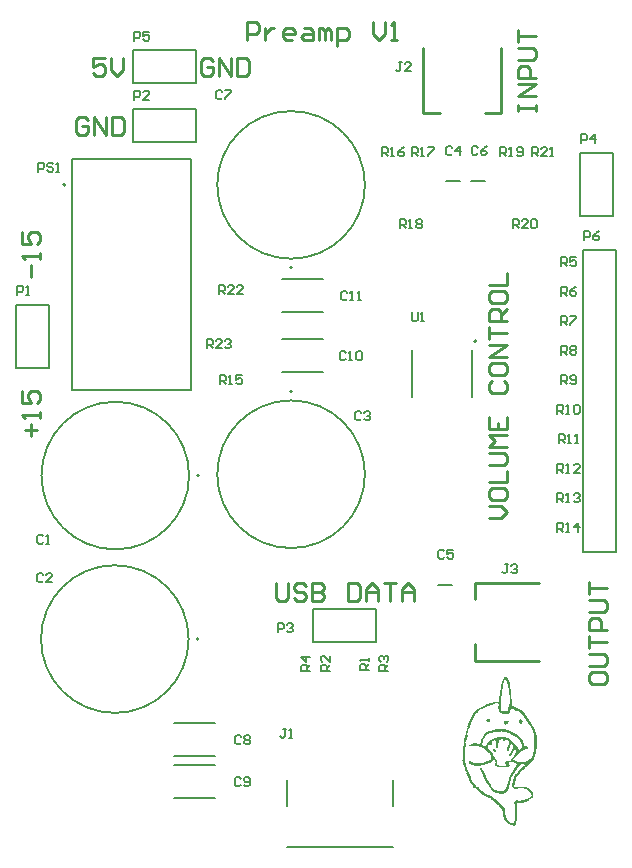
<source format=gto>
G04*
G04 #@! TF.GenerationSoftware,Altium Limited,Altium Designer,20.2.4 (192)*
G04*
G04 Layer_Color=65535*
%FSLAX25Y25*%
%MOIN*%
G70*
G04*
G04 #@! TF.SameCoordinates,2DDED56A-656B-4157-8572-3E544114C1A7*
G04*
G04*
G04 #@! TF.FilePolarity,Positive*
G04*
G01*
G75*
%ADD10C,0.00787*%
%ADD11C,0.00500*%
%ADD12C,0.01000*%
%ADD13C,0.00800*%
G36*
X150649Y40627D02*
X150714Y40497D01*
X150941Y40335D01*
X151039Y39848D01*
X151266Y39685D01*
X151299Y39523D01*
X151234Y39393D01*
X151331Y39230D01*
X151461Y39165D01*
X151559Y39068D01*
X151623Y38873D01*
X151559Y38678D01*
Y38288D01*
Y38223D01*
X151623Y37704D01*
X151851Y37541D01*
X151916Y35852D01*
X152208Y35625D01*
X152273Y31467D01*
X152371Y31369D01*
X152468Y31337D01*
X152533Y31207D01*
X152630Y31109D01*
X153085Y31045D01*
X153215Y30785D01*
X153670Y30720D01*
X153767Y30622D01*
X153832Y30492D01*
X154320Y30395D01*
X154417Y30297D01*
X154482Y30167D01*
X154969Y30070D01*
X155132Y29843D01*
X155587Y29778D01*
X155651Y29648D01*
X156723Y28576D01*
X156853Y28511D01*
X156951Y28024D01*
X157048Y27926D01*
X157178Y27861D01*
X157308Y27666D01*
X157438Y27601D01*
X157536Y27374D01*
X157471Y27244D01*
X157633Y27017D01*
X157763Y26952D01*
X157925Y26724D01*
X158120Y26594D01*
X158185Y26140D01*
X158510Y25880D01*
X158543Y25782D01*
X158672Y25717D01*
X158770Y25620D01*
X158802Y25197D01*
X159030Y25100D01*
X159095Y24840D01*
X159030Y24710D01*
X159257Y24483D01*
X159355Y24450D01*
X159420Y24320D01*
X159517Y24223D01*
X159647Y24158D01*
X159744Y23671D01*
X159842Y23573D01*
X159972Y23508D01*
X160037Y22729D01*
X160329Y22501D01*
X160297Y21624D01*
X160427Y21429D01*
X160556Y21364D01*
X160654Y21072D01*
X160589Y20812D01*
X160622Y16882D01*
X160427Y16687D01*
X160329Y16654D01*
X160264Y16395D01*
X160329Y16135D01*
X160264Y14965D01*
X160167Y14868D01*
X160037Y14803D01*
X159972Y14543D01*
X160004Y14056D01*
X159907Y13958D01*
X159777Y13893D01*
X159679Y13796D01*
X159615Y13341D01*
X159387Y13179D01*
X159322Y12724D01*
X159192Y12659D01*
X157471Y10937D01*
X157438Y10840D01*
X156983Y10775D01*
X156821Y10612D01*
X156788Y10515D01*
X156658Y10450D01*
X155911Y9703D01*
X155879Y9605D01*
X155749Y9540D01*
X155002Y8793D01*
X154937Y8663D01*
X154709Y8501D01*
X154645Y8046D01*
X154515Y7981D01*
X153865Y7332D01*
X153767Y7299D01*
X153702Y6195D01*
X153475Y6032D01*
X153410Y4993D01*
X153280Y4863D01*
X153150Y4798D01*
X153118Y4440D01*
X153508Y4051D01*
X153540Y3953D01*
X157438Y3888D01*
X157536Y3791D01*
X157600Y3661D01*
X158088Y3563D01*
X158283Y3304D01*
X158413Y3239D01*
X158607Y2979D01*
X158737Y2914D01*
X158867Y2719D01*
X158997Y2654D01*
X159160Y2427D01*
X159355Y2297D01*
X159420Y2102D01*
X159355Y1907D01*
X159387Y1160D01*
X159322Y575D01*
X159192Y510D01*
X159030Y348D01*
X158997Y250D01*
X158867Y185D01*
X158705Y23D01*
X158672Y-75D01*
X158218Y-140D01*
X158120Y-237D01*
X158055Y-367D01*
X157828Y-530D01*
X157698Y-724D01*
X157243Y-789D01*
X157081Y-1017D01*
X156658Y-1049D01*
X156528Y-984D01*
X156301Y-1082D01*
X156204Y-1309D01*
X155944Y-1374D01*
X154287Y-1342D01*
X154092Y-1472D01*
X154027Y-1666D01*
X154092Y-1861D01*
X154027Y-7189D01*
X153930Y-7286D01*
X153800Y-7351D01*
X153735Y-8390D01*
X153280Y-8845D01*
X152306Y-8780D01*
X152143Y-8618D01*
X152111Y-8520D01*
X151656Y-8456D01*
X151559Y-8358D01*
X151494Y-8228D01*
X151006Y-8131D01*
X150876Y-7936D01*
X150747Y-7871D01*
X150649Y-7773D01*
X150584Y-7643D01*
X150357Y-7481D01*
X150227Y-7286D01*
X150097Y-7221D01*
X149999Y-7124D01*
X149934Y-6994D01*
X149707Y-6831D01*
X149674Y-6539D01*
X149740Y-6344D01*
X149674Y-6084D01*
X149415Y-5954D01*
X149382Y-5662D01*
X149415Y-4005D01*
X149252Y-3843D01*
X149122Y-3778D01*
X149025Y-3291D01*
X148927Y-3193D01*
X148798Y-3128D01*
X148635Y-2901D01*
X148505Y-2836D01*
X148440Y-2706D01*
X148343Y-2608D01*
X148213Y-2544D01*
X148115Y-2251D01*
X148180Y-2121D01*
X148018Y-1959D01*
X147563Y-1894D01*
X147401Y-1666D01*
X147206Y-1536D01*
X147141Y-1407D01*
X147043Y-1309D01*
X146946Y-1277D01*
X146881Y-1147D01*
X146783Y-1049D01*
X146653Y-984D01*
X146491Y-757D01*
X146296Y-627D01*
X146231Y-497D01*
X146134Y-399D01*
X145712Y-367D01*
X145647Y-237D01*
X145484Y-75D01*
X145387Y-42D01*
X145322Y88D01*
X145224Y185D01*
X144770Y250D01*
X144640Y510D01*
X144185Y575D01*
X144087Y672D01*
X144022Y802D01*
X143535Y900D01*
X143438Y997D01*
X143373Y1127D01*
X142885Y1225D01*
X142723Y1452D01*
X142528Y1582D01*
X142463Y1712D01*
X142366Y1809D01*
X142268Y1842D01*
X142203Y1972D01*
X142106Y2069D01*
X141976Y2134D01*
X141781Y2394D01*
X141326Y2459D01*
X141001Y2849D01*
X140482Y3368D01*
X140384Y3401D01*
X140319Y3531D01*
X140222Y3628D01*
X139832Y3693D01*
X139410Y4116D01*
X139345Y4505D01*
X139247Y4603D01*
X139150Y4635D01*
X139085Y4765D01*
X138923Y4928D01*
X138825Y4960D01*
X138760Y5155D01*
X138825Y5350D01*
X138663Y5513D01*
X138533Y5577D01*
X138435Y6065D01*
X138338Y6162D01*
X138208Y6227D01*
X138143Y7007D01*
X138013Y7072D01*
X137850Y7234D01*
X137818Y7656D01*
X137591Y7754D01*
X137526Y8014D01*
X137591Y8144D01*
X137428Y8306D01*
X137298Y8371D01*
X137201Y8663D01*
X137266Y8923D01*
X137201Y9183D01*
X136973Y9346D01*
X136876Y9833D01*
X136649Y9995D01*
X136584Y10710D01*
X136454Y10840D01*
X136324Y10905D01*
X136226Y11392D01*
X135967Y11587D01*
X135999Y12529D01*
X135869Y12659D01*
X135739Y12724D01*
X135707Y12951D01*
X135967Y13081D01*
X136031Y13341D01*
X135967Y13601D01*
X136031Y17564D01*
X136194Y17726D01*
X136291Y17759D01*
X136324Y17986D01*
X136291Y20033D01*
X136454Y20195D01*
X136584Y20260D01*
X136649Y21299D01*
X136778Y21429D01*
X136908Y21494D01*
X136973Y22599D01*
X137266Y22826D01*
X137233Y23443D01*
X137428Y23638D01*
X137526Y23671D01*
X137591Y23931D01*
X137526Y24191D01*
X137591Y24450D01*
X137688Y24548D01*
X137818Y24613D01*
X137883Y24873D01*
X137850Y25360D01*
X137948Y25457D01*
X138175Y25555D01*
X138208Y26042D01*
X138500Y26204D01*
X138468Y26757D01*
X138565Y26984D01*
X138760Y27114D01*
X138825Y27244D01*
X138923Y27341D01*
X139052Y27406D01*
X139150Y27569D01*
X139085Y27764D01*
X139150Y27894D01*
X139247Y27991D01*
X139377Y28056D01*
X139475Y28543D01*
X139865Y28868D01*
X141034Y30038D01*
X141066Y30135D01*
X141521Y30200D01*
X141619Y30297D01*
X141684Y30427D01*
X142171Y30525D01*
X142366Y30785D01*
X142821Y30850D01*
X143015Y31109D01*
X143275Y31045D01*
X143438Y31142D01*
X143503Y31272D01*
X143925Y31694D01*
X144640Y31759D01*
X144737Y31857D01*
X144802Y31987D01*
X145906Y32052D01*
X145971Y32182D01*
X146134Y32344D01*
X147758Y32409D01*
X148018Y32669D01*
X148115Y32701D01*
X148180Y32961D01*
X148148Y34358D01*
X148343Y34553D01*
X148440Y34585D01*
X148505Y34845D01*
X148440Y35105D01*
X148473Y35852D01*
X148440Y36209D01*
X148765Y36534D01*
X148830Y38483D01*
X148927Y38581D01*
X149057Y38646D01*
X149122Y39425D01*
X149415Y39653D01*
X149447Y40075D01*
X149577Y40140D01*
X149740Y40302D01*
X149707Y40595D01*
X149772Y40725D01*
X150064Y40757D01*
X150227Y40725D01*
X150422Y40790D01*
X150649Y40627D01*
D02*
G37*
%LPC*%
G36*
X147693Y32019D02*
X146978Y31954D01*
X146881Y31857D01*
X146848Y31759D01*
X146589Y31694D01*
X146166Y31727D01*
X145971Y31597D01*
X145906Y31467D01*
X145809Y31369D01*
X145224Y31434D01*
X145062Y31337D01*
X144964Y31109D01*
X144704Y31045D01*
X144445Y31109D01*
X144185Y31045D01*
X144087Y30947D01*
X144022Y30817D01*
X143535Y30720D01*
X143373Y30492D01*
X142885Y30395D01*
X142723Y30167D01*
X142268Y30103D01*
X142171Y29875D01*
X141976Y29810D01*
X141781Y29875D01*
X141554Y29648D01*
X141521Y29550D01*
X141391Y29485D01*
X141229Y29323D01*
X141196Y29226D01*
X141066Y29160D01*
X140969Y29063D01*
X140904Y28933D01*
X140677Y28771D01*
X140612Y28641D01*
X140482Y28576D01*
X140319Y28413D01*
X140287Y28316D01*
X140157Y28251D01*
X140059Y28153D01*
X139994Y27699D01*
X139734Y27569D01*
X139670Y27114D01*
X139572Y27017D01*
X139442Y26952D01*
X139345Y26464D01*
X139247Y26367D01*
X139117Y26302D01*
X139020Y25815D01*
X138793Y25652D01*
X138760Y25360D01*
X138825Y25165D01*
X138760Y24905D01*
X138500Y24775D01*
X138468Y24483D01*
X138500Y24061D01*
X138338Y23898D01*
X138208Y23833D01*
X138110Y23346D01*
X137883Y23183D01*
X137818Y22404D01*
X137688Y22339D01*
X137526Y22176D01*
X137558Y20650D01*
X137493Y20520D01*
X137266Y20422D01*
X137201Y20163D01*
X137266Y19903D01*
X137201Y19318D01*
X137103Y19220D01*
X136973Y19156D01*
X136876Y18928D01*
X136941Y18733D01*
X136876Y15550D01*
X136649Y15387D01*
X136616Y12172D01*
X136714Y12074D01*
X136844Y12009D01*
X136941Y11912D01*
X136908Y11360D01*
X136973Y11165D01*
X137201Y11067D01*
X137266Y10807D01*
X137201Y10677D01*
X137363Y10515D01*
X137493Y10450D01*
X137591Y10158D01*
X137526Y9898D01*
X137591Y9638D01*
X137850Y9443D01*
X137916Y8988D01*
X138175Y8793D01*
X138240Y8079D01*
X138338Y7981D01*
X138468Y7916D01*
X138565Y7429D01*
X138793Y7267D01*
X138825Y6974D01*
X138760Y6779D01*
X138825Y6520D01*
X139052Y6357D01*
X139117Y5967D01*
X139637Y5447D01*
X139734Y5415D01*
X139799Y4960D01*
X139897Y4863D01*
X139994Y4830D01*
X140059Y4700D01*
X140222Y4538D01*
X140319Y4505D01*
X140384Y4375D01*
X140547Y4213D01*
X140644Y4181D01*
X140709Y4051D01*
X140806Y3953D01*
X141229Y3921D01*
X141294Y3791D01*
X142268Y2816D01*
X142301Y2719D01*
X142755Y2654D01*
X143503Y1907D01*
X143535Y1809D01*
X144055Y1679D01*
X144185Y1484D01*
X144640Y1419D01*
X144737Y1322D01*
X144802Y1192D01*
X145289Y1095D01*
X145452Y867D01*
X145906Y802D01*
X145971Y672D01*
X146621Y23D01*
X146653Y-75D01*
X147108Y-140D01*
X149740Y-2771D01*
X149772Y-2868D01*
X149902Y-2933D01*
X149999Y-3031D01*
X150064Y-3226D01*
X149999Y-3421D01*
X150064Y-5305D01*
X150162Y-5402D01*
X150292Y-5467D01*
X150357Y-6247D01*
X150649Y-6474D01*
X150714Y-6929D01*
X150974Y-7124D01*
X151039Y-7254D01*
X151526Y-7351D01*
X151656Y-7546D01*
X151786Y-7611D01*
X151883Y-7708D01*
X151948Y-7838D01*
X152241Y-7936D01*
X152436Y-7871D01*
X152760Y-7936D01*
X152825D01*
X153118Y-7838D01*
X153183Y-7384D01*
X153345Y-7221D01*
X153443Y-7189D01*
X153475Y-6961D01*
X153410Y-1764D01*
X153280Y-1634D01*
X153150Y-1569D01*
X153118Y-887D01*
X153280Y-724D01*
X153410Y-659D01*
X153572Y-432D01*
X154255Y-399D01*
X154352Y-497D01*
X154417Y-627D01*
X154515Y-724D01*
X155262Y-692D01*
X155327Y-562D01*
X155489Y-399D01*
X156366Y-432D01*
X156561Y-302D01*
X156626Y-172D01*
X156723Y-75D01*
X157341Y-107D01*
X157471Y-42D01*
X157536Y88D01*
X157860Y412D01*
X157893Y510D01*
X158348Y575D01*
X158445Y672D01*
X158478Y770D01*
X158607Y835D01*
X159030Y1257D01*
X158965Y1452D01*
X158770Y1582D01*
X158705Y2037D01*
X158478Y2199D01*
X157308Y3368D01*
X156723Y3304D01*
X156561Y3466D01*
X156528Y3563D01*
X156269Y3628D01*
X154450Y3563D01*
X154352Y3466D01*
X154320Y3368D01*
X154060Y3304D01*
X153670Y3368D01*
X153475Y3304D01*
X153215Y3368D01*
X153118Y3466D01*
X153053Y3596D01*
X152858Y3726D01*
X152793Y3856D01*
X152696Y3953D01*
X152566Y4018D01*
X152468Y4246D01*
X152533Y4440D01*
X152501Y5318D01*
X152630Y5513D01*
X152760Y5577D01*
X152858Y5675D01*
X152825Y6617D01*
X153020Y6812D01*
X153118Y6844D01*
X153183Y7104D01*
X153118Y7364D01*
X153183Y7624D01*
X153280Y7721D01*
X153410Y7786D01*
X153508Y8274D01*
X153735Y8436D01*
X154417Y9118D01*
X154450Y9216D01*
X154579Y9280D01*
X154677Y9378D01*
X154742Y9768D01*
X155976Y11002D01*
X156009Y11100D01*
X156171Y11132D01*
X156464Y11100D01*
X156561Y11197D01*
X156496Y11392D01*
X156399Y11489D01*
X156269Y11554D01*
X156139Y11749D01*
X155359Y11684D01*
X155197Y11457D01*
X154190Y10450D01*
X154092Y10418D01*
X154027Y9963D01*
X153930Y9865D01*
X153800Y9800D01*
X153638Y9573D01*
X153443Y9443D01*
X153378Y8988D01*
X153150Y8826D01*
X153020Y8631D01*
X152890Y8566D01*
X152793Y8404D01*
X152858Y8209D01*
X152793Y8079D01*
X152566Y7916D01*
X152468Y7429D01*
X152208Y7299D01*
X152143Y6520D01*
X152046Y6422D01*
X151916Y6357D01*
X151851Y5577D01*
X151559Y5350D01*
X151591Y4798D01*
X151429Y4570D01*
X151299Y4505D01*
X151234Y4246D01*
X151266Y3953D01*
X151234Y3856D01*
X151299Y3661D01*
X151234Y3401D01*
X151006Y3239D01*
X150941Y2849D01*
X150162Y2069D01*
X149772Y2004D01*
X149674Y1907D01*
X149642Y1809D01*
X149382Y1744D01*
X148213Y1809D01*
X148018Y2069D01*
X147823Y2134D01*
X147628Y2069D01*
X146978Y2134D01*
X146881Y2232D01*
X146816Y2362D01*
X146329Y2459D01*
X146134Y2719D01*
X146004Y2784D01*
X145809Y3044D01*
X145679Y3109D01*
X145484Y3368D01*
X145387Y3401D01*
X145322Y3531D01*
X145224Y3628D01*
X145094Y3693D01*
X144932Y3921D01*
X144737Y4051D01*
X144672Y4505D01*
X144575Y4603D01*
X144445Y4668D01*
X144347Y5155D01*
X144120Y5318D01*
X144055Y5447D01*
X143925Y5513D01*
X143763Y5675D01*
X143730Y6097D01*
X143503Y6195D01*
X143438Y6390D01*
X143503Y6584D01*
X143275Y6812D01*
X143178Y6844D01*
X143113Y7299D01*
X143015Y7396D01*
X142885Y7462D01*
X142821Y8241D01*
X142528Y8468D01*
X142496Y8891D01*
X142268Y8988D01*
X142203Y9248D01*
X142268Y9378D01*
X142041Y9605D01*
X141943Y9638D01*
X141878Y9898D01*
X141943Y10093D01*
X141878Y10352D01*
X141943Y10742D01*
X142171Y10775D01*
X142268Y10677D01*
X142333Y10223D01*
X142528Y10093D01*
X142593Y9638D01*
X142691Y9540D01*
X142821Y9476D01*
X142950Y9280D01*
X143080Y9216D01*
X143178Y9118D01*
X143243Y8663D01*
X143503Y8468D01*
X143470Y8176D01*
X143535Y8046D01*
X143665Y7981D01*
X143763Y7884D01*
X143827Y7624D01*
X143763Y7429D01*
X143827Y7169D01*
X143925Y7072D01*
X144055Y7007D01*
X144152Y6520D01*
X144250Y6422D01*
X144380Y6357D01*
X144510Y6162D01*
X144640Y6097D01*
X144737Y6000D01*
X144802Y5545D01*
X145029Y5382D01*
X145062Y5220D01*
X144997Y5090D01*
X145094Y4928D01*
X145224Y4863D01*
X145322Y4765D01*
X145387Y4311D01*
X145776Y3986D01*
X146621Y3141D01*
X146653Y3044D01*
X146913Y2979D01*
X147173Y3044D01*
X147433Y2979D01*
X147531Y2881D01*
X147596Y2751D01*
X147888Y2654D01*
X148083Y2719D01*
X149642Y2784D01*
X149740Y2881D01*
X149772Y2979D01*
X149902Y3044D01*
X150064Y3206D01*
X150097Y3304D01*
X150227Y3368D01*
X150324Y3466D01*
X150357Y3888D01*
X150487Y3953D01*
X150649Y4051D01*
X150714Y5155D01*
X150974Y5350D01*
X150941Y5902D01*
X151006Y6097D01*
X151234Y6195D01*
X151299Y6454D01*
X151234Y6909D01*
X151396Y7072D01*
X151526Y7137D01*
X151623Y7624D01*
X151721Y7721D01*
X151851Y7786D01*
X151916Y8501D01*
X152371Y8956D01*
X152468Y8988D01*
X152598Y9508D01*
X152696Y9605D01*
X152793Y9638D01*
X152858Y9768D01*
X153020Y9930D01*
X153118Y9963D01*
X153183Y10418D01*
X153280Y10515D01*
X153410Y10580D01*
X153572Y10807D01*
X153767Y10937D01*
X153800Y11360D01*
X154027Y11457D01*
X154092Y11652D01*
X153995Y11749D01*
X153865Y11814D01*
X153605Y12074D01*
X153183Y12107D01*
X153085Y12334D01*
X152825Y12399D01*
X151396Y12334D01*
X151234Y12172D01*
X151299Y11847D01*
X151396Y11749D01*
X151526Y11684D01*
X151623Y11457D01*
X151559Y11262D01*
X151526Y10840D01*
X151006Y10775D01*
X150876Y10515D01*
X150097Y10580D01*
X149902Y10775D01*
X148765Y10807D01*
X148148Y10775D01*
X147953Y10840D01*
X147758Y10775D01*
X147531Y10937D01*
X147466Y11067D01*
X147173Y11165D01*
X146913Y11100D01*
X146653Y11165D01*
X146556Y11457D01*
X146621Y11652D01*
X146719Y11749D01*
X146848Y11814D01*
X146946Y12496D01*
X146719Y12724D01*
X146621Y12756D01*
X146556Y12886D01*
X146459Y12984D01*
X146199Y13049D01*
X145971Y12886D01*
X145906Y12756D01*
X145809Y12659D01*
X145679Y12594D01*
X145484Y12334D01*
X145387Y12302D01*
X145322Y12172D01*
X145224Y12074D01*
X145029Y12009D01*
X144834Y12074D01*
X144510Y12009D01*
X144347Y11847D01*
X144315Y11749D01*
X143535Y11684D01*
X143438Y11587D01*
X143373Y11457D01*
X142626Y11424D01*
X142496Y11489D01*
X142268Y11392D01*
X142203Y11262D01*
X142106Y11165D01*
X141846Y11100D01*
X139832Y11165D01*
X139734Y11262D01*
X139670Y11392D01*
X139410Y11457D01*
X138923Y11424D01*
X138825Y11522D01*
X138760Y11652D01*
X138663Y11749D01*
X138208Y11814D01*
X138175Y12561D01*
X138273Y12659D01*
X138533Y12724D01*
X138760Y12626D01*
X138857Y12399D01*
X139312Y12334D01*
X139475Y12172D01*
X139507Y12074D01*
X139734Y12042D01*
X142431Y12074D01*
X142626Y12009D01*
X142853Y12172D01*
X142918Y12302D01*
X143015Y12399D01*
X143633Y12366D01*
X143827Y12561D01*
X143860Y12659D01*
X144120Y12724D01*
X144380Y12659D01*
X144640Y12724D01*
X144737Y12821D01*
X144802Y12951D01*
X145289Y13049D01*
X145354Y13308D01*
X145322Y14186D01*
X145387Y14315D01*
X145224Y14543D01*
X145094Y14608D01*
X144997Y14770D01*
X145062Y14965D01*
X144997Y15095D01*
X144899Y15193D01*
X144770Y15258D01*
X144640Y15452D01*
X144510Y15517D01*
X144412Y15615D01*
X144347Y15745D01*
X144120Y15907D01*
X143990Y16102D01*
X143860Y16167D01*
X143763Y16264D01*
X143698Y16395D01*
X143470Y16557D01*
X143340Y16752D01*
X143210Y16817D01*
X143048Y17044D01*
X142561Y17142D01*
X142431Y17336D01*
X142171Y17401D01*
X141976Y17336D01*
X141391Y17401D01*
X141294Y17499D01*
X141229Y17629D01*
X138240Y17694D01*
X138175Y17889D01*
X138273Y17986D01*
X138403Y18051D01*
X138663Y18311D01*
X139052Y18376D01*
X139247Y18636D01*
X140872Y18571D01*
X141034Y18408D01*
X141066Y18311D01*
X141326Y18246D01*
X141456Y18311D01*
X141781Y18636D01*
X141878Y18668D01*
X141943Y18928D01*
X141911Y19675D01*
X142041Y19870D01*
X142171Y19935D01*
X142268Y20422D01*
X142593Y20682D01*
X142626Y20780D01*
X142853Y20877D01*
X142918Y21332D01*
X143827Y22242D01*
X143860Y22339D01*
X144347Y22371D01*
X144510Y22664D01*
X145614Y22729D01*
X145809Y22989D01*
X146361Y22956D01*
X146621Y23151D01*
X146653Y23248D01*
X146913Y23313D01*
X150552Y23248D01*
X150649Y23151D01*
X150714Y23021D01*
X151006Y22924D01*
X151201Y22989D01*
X151526Y22924D01*
X151689Y22696D01*
X152143Y22631D01*
X152208Y22501D01*
X152371Y22339D01*
X152760Y22274D01*
X152858Y22176D01*
X152923Y22047D01*
X153410Y21949D01*
X153540Y21754D01*
X153995Y21689D01*
X154092Y21592D01*
X154157Y21462D01*
X154352Y21332D01*
X154417Y21202D01*
X154515Y21105D01*
X154645Y21040D01*
X154807Y20812D01*
X155002Y20682D01*
X155067Y20552D01*
X155164Y20455D01*
X155294Y20390D01*
X155457Y20163D01*
X155651Y20033D01*
X155717Y19903D01*
X155911Y19773D01*
X155976Y19513D01*
X155911Y19123D01*
X156009Y18961D01*
X156139Y18896D01*
X156236Y18798D01*
X156301Y18603D01*
X156236Y18408D01*
X156301Y17759D01*
X156399Y17661D01*
X157438Y17596D01*
X157698Y17336D01*
X157795Y17304D01*
X157763Y17077D01*
X157633Y17012D01*
X157373Y16752D01*
X157178Y16687D01*
X156983Y16752D01*
X156658Y16687D01*
X156561Y16589D01*
X156496Y16459D01*
X156009Y16362D01*
X155911Y16264D01*
X155846Y16135D01*
X155359Y16037D01*
X155164Y15777D01*
X155034Y15712D01*
X154839Y15452D01*
X154742Y15420D01*
X154677Y15290D01*
X154579Y15193D01*
X154450Y15128D01*
X154287Y14900D01*
X154092Y14770D01*
X154027Y14640D01*
X153930Y14543D01*
X153800Y14478D01*
X153638Y14251D01*
X153443Y14121D01*
X153378Y13991D01*
X153280Y13893D01*
X153150Y13828D01*
X153085Y13374D01*
X152858Y13276D01*
X152890Y12984D01*
X153410Y12919D01*
X153572Y12691D01*
X154027Y12626D01*
X154092Y12496D01*
X154190Y12399D01*
X154450Y12334D01*
X154645Y12399D01*
X155651Y12366D01*
X155879Y12399D01*
X156009Y12334D01*
X156204Y12399D01*
X156691Y12366D01*
X156886Y12496D01*
X156951Y12626D01*
X157438Y12724D01*
X157600Y12951D01*
X157990Y13016D01*
X158185Y13211D01*
X158218Y13308D01*
X158672Y13374D01*
X158770Y13471D01*
X158802Y13568D01*
X158932Y13633D01*
X159095Y13796D01*
X159062Y14088D01*
X159127Y14218D01*
X159355Y14315D01*
X159420Y14575D01*
X159355Y14835D01*
X159420Y15420D01*
X159517Y15517D01*
X159647Y15582D01*
X159679Y21917D01*
X159582Y22014D01*
X159452Y22079D01*
X159355Y22176D01*
X159387Y22794D01*
X159322Y22924D01*
X159192Y22989D01*
X159030Y23151D01*
X159062Y23443D01*
X158997Y23573D01*
X158770Y23671D01*
X158705Y24126D01*
X158607Y24223D01*
X158478Y24288D01*
X158315Y24515D01*
X158120Y24645D01*
X158055Y25100D01*
X157828Y25262D01*
X157698Y25457D01*
X157568Y25522D01*
X157471Y25750D01*
X157536Y25880D01*
X157373Y26107D01*
X157243Y26172D01*
X157113Y26367D01*
X156983Y26432D01*
X156886Y26529D01*
X156821Y26659D01*
X156594Y26822D01*
X156496Y27309D01*
X156269Y27471D01*
X156204Y27926D01*
X156074Y27991D01*
X154839Y29226D01*
X154450Y29290D01*
X154352Y29388D01*
X154320Y29485D01*
X154060Y29550D01*
X153670Y29485D01*
X153443Y29648D01*
X153378Y29778D01*
X153150Y29940D01*
X153020Y30135D01*
X151916Y30070D01*
X151851Y29290D01*
X151559Y29063D01*
X151494Y28608D01*
X151006Y28511D01*
X150844Y28283D01*
X149252Y28251D01*
X149090Y28413D01*
X149025Y28543D01*
X148538Y28641D01*
X148440Y28738D01*
X148375Y28868D01*
X147888Y28966D01*
X147823Y31045D01*
X147791Y31142D01*
X147953Y31369D01*
X148083Y31434D01*
X148180Y31532D01*
X148115Y31662D01*
X147888Y31824D01*
X147693Y32019D01*
D02*
G37*
G36*
X150227Y39815D02*
X150032Y39750D01*
X149869Y39523D01*
X149674Y39328D01*
X149740Y38743D01*
X149512Y38516D01*
X149415Y38483D01*
X149350Y38223D01*
X149415Y38028D01*
X149350Y36794D01*
X149090Y36534D01*
X149025Y34585D01*
X148927Y34488D01*
X148798Y34423D01*
X148765Y29648D01*
X148862Y29550D01*
X148992Y29485D01*
X149090Y29388D01*
X149155Y29258D01*
X149837Y29226D01*
X149902D01*
X150909Y29258D01*
X150974Y29518D01*
X150941Y30265D01*
X151071Y30460D01*
X151201Y30525D01*
X151299Y30622D01*
X151266Y31045D01*
X151299Y31207D01*
X151234Y31402D01*
X151299Y31597D01*
X151461Y31759D01*
X151559Y31792D01*
X151623Y32052D01*
X151559Y32311D01*
X151591Y34618D01*
X151461Y34813D01*
X151331Y34878D01*
X151234Y35170D01*
X151299Y35430D01*
X151234Y36924D01*
X151136Y37021D01*
X151006Y37086D01*
X150909Y37314D01*
X150974Y37509D01*
X150909Y38483D01*
X150811Y38581D01*
X150681Y38646D01*
X150617Y39425D01*
X150389Y39588D01*
X150324Y39718D01*
X150227Y39815D01*
D02*
G37*
G36*
X148862Y22664D02*
X148765Y22566D01*
X148700Y22436D01*
X148602Y22339D01*
X146231Y22371D01*
X146004Y22274D01*
X145842Y22047D01*
X145484Y22014D01*
X145354Y22079D01*
X145224Y22014D01*
X145029Y22079D01*
X144834Y22014D01*
X144737Y21917D01*
X144672Y21787D01*
X144185Y21689D01*
X144087Y21592D01*
X144022Y21462D01*
X143795Y21299D01*
X143665Y21105D01*
X143535Y21040D01*
X143438Y20942D01*
X143470Y20650D01*
X143405Y20520D01*
X143275Y20455D01*
X143113Y20292D01*
X143080Y20195D01*
X142950Y20130D01*
X142853Y20033D01*
X142788Y19318D01*
X142691Y19220D01*
X142561Y19156D01*
X142528Y18149D01*
X143015Y17661D01*
X143405Y17726D01*
X143600Y17986D01*
X144055Y18051D01*
X144152Y18538D01*
X144250Y18636D01*
X144380Y18701D01*
X144510Y18896D01*
X144640Y18961D01*
X144737Y19058D01*
X144802Y19188D01*
X144997Y19318D01*
X145062Y19448D01*
X145159Y19545D01*
X145289Y19610D01*
X145452Y19838D01*
X145647Y19968D01*
X145712Y20098D01*
X145809Y20195D01*
X146101Y20163D01*
X146231Y20227D01*
X146296Y20358D01*
X146394Y20455D01*
X146653Y20520D01*
X146848Y20455D01*
X147758Y20520D01*
X147855Y20617D01*
X147920Y20747D01*
X150227Y20780D01*
X150324Y20682D01*
X150389Y20552D01*
X150487Y20455D01*
X151104Y20487D01*
X151234Y20422D01*
X151331Y20195D01*
X151786Y20130D01*
X154092Y17824D01*
X154125Y17401D01*
X154352Y17304D01*
X154417Y17109D01*
X154352Y16914D01*
X154677Y16589D01*
X154742Y16459D01*
X154904Y16427D01*
X155067Y16589D01*
X155132Y16719D01*
X155489Y17077D01*
X155587Y17109D01*
X155651Y17369D01*
Y17889D01*
Y17954D01*
X155587Y18214D01*
X155489Y18311D01*
X155359Y18376D01*
X155294Y19156D01*
X155002Y19383D01*
X154969Y19805D01*
X154839Y19870D01*
X154027Y20682D01*
X153995Y20780D01*
X153540Y20845D01*
X153443Y20942D01*
X153378Y21072D01*
X152890Y21170D01*
X152793Y21267D01*
X152728Y21397D01*
X152241Y21494D01*
X152078Y21722D01*
X151623Y21787D01*
X151559Y21917D01*
X151461Y22014D01*
X151006Y22079D01*
X150876Y22339D01*
X149187Y22404D01*
X149090Y22501D01*
X149025Y22631D01*
X148862Y22664D01*
D02*
G37*
G36*
X150162Y19870D02*
X149999Y19708D01*
X149934Y19578D01*
X149740Y19448D01*
X149674Y17109D01*
X149447Y17077D01*
X149350Y17174D01*
X149382Y19740D01*
X149252Y19870D01*
X147888Y19805D01*
X147823Y17336D01*
X147791Y17304D01*
X147855Y17109D01*
X147791Y16784D01*
X147628Y16752D01*
X147466Y16914D01*
X147401Y17044D01*
X147206Y17174D01*
X147141Y19188D01*
X146913Y19351D01*
X146783Y19545D01*
X146004Y19480D01*
X145842Y19253D01*
X145647Y19123D01*
X145712Y18084D01*
X145971Y17824D01*
X146036Y17434D01*
X146783Y16687D01*
X146881Y16654D01*
X146946Y16199D01*
X147173Y16037D01*
X147206Y15875D01*
X147108Y15777D01*
X146719Y15842D01*
X146134Y16427D01*
X146004Y16492D01*
X145906Y16979D01*
X145809Y17077D01*
X145679Y17142D01*
X145614Y17531D01*
X145549Y17661D01*
X145419Y17726D01*
X145224Y17986D01*
X144445Y17921D01*
X144412Y16849D01*
X144510Y16752D01*
X144640Y16687D01*
X144737Y16589D01*
X144802Y16459D01*
X145029Y16297D01*
X145159Y16102D01*
X145289Y16037D01*
X145387Y15940D01*
X145419Y15842D01*
X145549Y15777D01*
X145647Y15680D01*
X145712Y15550D01*
X145939Y15387D01*
X146004Y14608D01*
X146296Y14445D01*
X146361Y13991D01*
X146459Y13893D01*
X146556Y13861D01*
X146621Y13731D01*
X146783Y13568D01*
X146881Y13536D01*
X146946Y13406D01*
X147108Y13243D01*
X147206Y13211D01*
X147271Y13081D01*
X147368Y12984D01*
X147498Y12919D01*
X147531Y12237D01*
X147271Y11977D01*
X147303Y11749D01*
X147433Y11684D01*
X147693Y11424D01*
X148083Y11360D01*
X148278Y11165D01*
X148538Y11100D01*
X148700Y11197D01*
X148765Y11327D01*
X148862Y11424D01*
X149057Y11360D01*
X149155Y11262D01*
X149187Y11165D01*
X149382Y11100D01*
X149577Y11165D01*
X150194Y11132D01*
X150324Y11262D01*
X150357Y11489D01*
X150292Y11684D01*
X150162Y11749D01*
X149999Y11912D01*
X150064Y12302D01*
X150324Y12496D01*
X150389Y12626D01*
X150681Y12724D01*
X150876Y12659D01*
X151721Y12724D01*
X151851Y12789D01*
X151916Y13179D01*
X153183Y14445D01*
X153118Y14705D01*
X153280Y14868D01*
X153410Y14933D01*
X153508Y15420D01*
X153605Y15517D01*
X153735Y15582D01*
X153767Y16264D01*
X153605Y16427D01*
X153215Y16362D01*
X153118Y16264D01*
X153085Y16167D01*
X152955Y16102D01*
X152793Y15940D01*
X152825Y15647D01*
X152760Y15517D01*
X152533Y15420D01*
X152468Y14965D01*
X152046Y14543D01*
X151916Y14478D01*
X151753Y14251D01*
X151461Y14218D01*
X151299Y14315D01*
X151234Y14575D01*
X151299Y14770D01*
X151396Y14868D01*
X151461D01*
X151559Y14965D01*
X151623Y15095D01*
X151721Y15193D01*
X151851Y15258D01*
X151948Y15745D01*
X152176Y15907D01*
X152273Y16395D01*
X152501Y16557D01*
X152566Y16687D01*
X152696Y16752D01*
X152858Y16914D01*
X152793Y17499D01*
X152858Y17694D01*
X152793Y17889D01*
X152696Y17986D01*
X152566Y18051D01*
X152371Y18311D01*
X151981Y18246D01*
X151559Y17824D01*
X151591Y17271D01*
X151429Y17044D01*
X151299Y16979D01*
X151234Y16719D01*
X151299Y16330D01*
X151136Y16102D01*
X150681Y16167D01*
X150649Y17239D01*
X150747Y17336D01*
X150876Y17401D01*
X150974Y17499D01*
X151039Y17954D01*
X151266Y18116D01*
X151299Y18408D01*
X151234Y18603D01*
X151299Y18863D01*
X151234Y18993D01*
X151299Y19188D01*
X151234Y19448D01*
X151136Y19545D01*
X150681Y19610D01*
X150519Y19838D01*
X150162Y19870D01*
D02*
G37*
%LPD*%
G36*
X144997Y26659D02*
X145062Y26399D01*
Y26204D01*
Y26140D01*
X144997Y25880D01*
X144899Y25782D01*
X144185Y25847D01*
X143925Y26107D01*
X143795Y26172D01*
X143763Y26270D01*
X143925Y26432D01*
X144055Y26497D01*
X144185Y26692D01*
X144445Y26757D01*
X144640Y26692D01*
X144834Y26757D01*
X144997Y26659D01*
D02*
G37*
G36*
X151234Y26075D02*
X151169Y25815D01*
X151071Y25717D01*
X150974Y25685D01*
X150941Y25522D01*
X150974Y25295D01*
X150811Y25133D01*
X150681Y25068D01*
X150552Y24873D01*
X150292Y24808D01*
X150064Y24905D01*
X149999Y25035D01*
X149967Y25068D01*
X149934Y25100D01*
X149837Y25197D01*
X149740Y25230D01*
X149674Y25490D01*
X149740Y25685D01*
X149674Y25880D01*
X149837Y26107D01*
X150227Y26042D01*
X150324Y25945D01*
X150389Y25815D01*
X150552Y25782D01*
X150649Y25880D01*
X150714Y26010D01*
X150811Y26107D01*
X151234Y26075D01*
D02*
G37*
G36*
X155392Y26529D02*
X155457Y26399D01*
X155651Y26270D01*
X155717Y26140D01*
X155814Y26042D01*
X155911Y26010D01*
X155976Y25750D01*
X155879Y25522D01*
X155749Y25457D01*
X155587Y25295D01*
Y25230D01*
X155489Y25133D01*
X155099Y25197D01*
X155002Y25295D01*
X154937Y25425D01*
X154709Y25587D01*
X154677Y26270D01*
X154774Y26367D01*
X154904Y26432D01*
X155067Y26659D01*
X155229Y26692D01*
X155392Y26529D01*
D02*
G37*
D10*
X3559Y204827D02*
G03*
X3559Y204827I-394J0D01*
G01*
X48098Y107827D02*
G03*
X48098Y107827I-394J0D01*
G01*
X47941Y53327D02*
G03*
X47941Y53327I-394J0D01*
G01*
X79134Y135827D02*
G03*
X79134Y135827I-394J0D01*
G01*
X140539Y152652D02*
G03*
X140539Y152652I-394J0D01*
G01*
X79134Y177165D02*
G03*
X79134Y177165I-394J0D01*
G01*
X86134Y63339D02*
X107158D01*
X86134Y52315D02*
X107158D01*
X86134D02*
Y63339D01*
X107158Y52315D02*
Y63339D01*
X-1843Y143815D02*
Y164839D01*
X-12866Y143815D02*
Y164839D01*
X-1843D01*
X-12866Y143815D02*
X-1843D01*
X25984Y229921D02*
X47008D01*
X25984Y218898D02*
X47008D01*
X25984D02*
Y229921D01*
X47008Y218898D02*
Y229921D01*
X175134Y194315D02*
Y215339D01*
X186158Y194315D02*
Y215339D01*
X175134Y194315D02*
X186158D01*
X175134Y215339D02*
X186158D01*
X25984Y238583D02*
X47008D01*
X25984Y249606D02*
X47008D01*
Y238583D02*
Y249606D01*
X25984Y238583D02*
Y249606D01*
X176079Y82268D02*
Y183055D01*
X187102Y82268D02*
Y183055D01*
X176079Y82268D02*
X187102D01*
X176079Y183055D02*
X187102D01*
X130220Y205882D02*
X134945D01*
X127559Y71260D02*
X132283D01*
X138721Y205925D02*
X143445D01*
D11*
X44752Y107827D02*
G03*
X44752Y107827I-24606J0D01*
G01*
X44594Y53327D02*
G03*
X44594Y53327I-24606J0D01*
G01*
X103347Y108268D02*
G03*
X103347Y108268I-24606J0D01*
G01*
Y204724D02*
G03*
X103347Y204724I-24606J0D01*
G01*
X77402Y-15843D02*
X112598D01*
X77402Y-2181D02*
Y6480D01*
X112598Y-2181D02*
Y6480D01*
X5843Y213213D02*
X45370D01*
X5843Y136441D02*
Y213213D01*
Y136441D02*
X45370D01*
Y213213D01*
X39756Y14315D02*
X53535D01*
X39756Y25339D02*
X53535D01*
X39661Y315D02*
X53441D01*
X39661Y11339D02*
X53441D01*
X75756Y142315D02*
X89535D01*
X75756Y153339D02*
X89535D01*
X75756Y173339D02*
X89535D01*
X75756Y162315D02*
X89535D01*
X139024Y133878D02*
Y149626D01*
X119142Y133878D02*
Y149626D01*
D12*
X140043Y46055D02*
X161543D01*
X140043D02*
Y51555D01*
Y66555D02*
Y72055D01*
X161543D01*
X148732Y228783D02*
Y250284D01*
X143232Y228783D02*
X148732D01*
X122732D02*
X128232D01*
X122732D02*
Y250284D01*
X10904Y226471D02*
X9905Y227470D01*
X7905D01*
X6905Y226471D01*
Y222472D01*
X7905Y221472D01*
X9905D01*
X10904Y222472D01*
Y224471D01*
X8905D01*
X12904Y221472D02*
Y227470D01*
X16902Y221472D01*
Y227470D01*
X18902D02*
Y221472D01*
X21901D01*
X22900Y222472D01*
Y226471D01*
X21901Y227470D01*
X18902D01*
X16810Y247155D02*
X12811D01*
Y244157D01*
X14810Y245156D01*
X15810D01*
X16810Y244157D01*
Y242157D01*
X15810Y241158D01*
X13811D01*
X12811Y242157D01*
X18809Y247155D02*
Y243157D01*
X20808Y241158D01*
X22808Y243157D01*
Y247155D01*
X52798Y246156D02*
X51798Y247155D01*
X49799D01*
X48799Y246156D01*
Y242157D01*
X49799Y241158D01*
X51798D01*
X52798Y242157D01*
Y244157D01*
X50799D01*
X54797Y241158D02*
Y247155D01*
X58796Y241158D01*
Y247155D01*
X60795D02*
Y241158D01*
X63794D01*
X64794Y242157D01*
Y246156D01*
X63794Y247155D01*
X60795D01*
X-7936Y121079D02*
Y125077D01*
X-9935Y123078D02*
X-5937D01*
X-4937Y127077D02*
Y129076D01*
Y128077D01*
X-10935D01*
X-9935Y127077D01*
X-10935Y136074D02*
Y132075D01*
X-7936D01*
X-8936Y134074D01*
Y135074D01*
X-7936Y136074D01*
X-5937D01*
X-4937Y135074D01*
Y133075D01*
X-5937Y132075D01*
X-7936Y174062D02*
Y178060D01*
X-4937Y180060D02*
Y182059D01*
Y181059D01*
X-10935D01*
X-9935Y180060D01*
X-10935Y189057D02*
Y185058D01*
X-7936D01*
X-8936Y187057D01*
Y188057D01*
X-7936Y189057D01*
X-5937D01*
X-4937Y188057D01*
Y186058D01*
X-5937Y185058D01*
X144577Y93520D02*
X148575D01*
X150575Y95519D01*
X148575Y97518D01*
X144577D01*
Y102517D02*
Y100517D01*
X145576Y99518D01*
X149575D01*
X150575Y100517D01*
Y102517D01*
X149575Y103516D01*
X145576D01*
X144577Y102517D01*
Y105516D02*
X150575D01*
Y109514D01*
X144577Y111514D02*
X149575D01*
X150575Y112513D01*
Y114513D01*
X149575Y115513D01*
X144577D01*
X150575Y117512D02*
X144577D01*
X146576Y119511D01*
X144577Y121511D01*
X150575D01*
X144577Y127509D02*
Y123510D01*
X150575D01*
Y127509D01*
X147576Y123510D02*
Y125509D01*
X145576Y139505D02*
X144577Y138505D01*
Y136506D01*
X145576Y135506D01*
X149575D01*
X150575Y136506D01*
Y138505D01*
X149575Y139505D01*
X144577Y144503D02*
Y142504D01*
X145576Y141504D01*
X149575D01*
X150575Y142504D01*
Y144503D01*
X149575Y145503D01*
X145576D01*
X144577Y144503D01*
X150575Y147502D02*
X144577D01*
X150575Y151501D01*
X144577D01*
Y153500D02*
Y157499D01*
Y155500D01*
X150575D01*
Y159498D02*
X144577D01*
Y162497D01*
X145576Y163497D01*
X147576D01*
X148575Y162497D01*
Y159498D01*
Y161498D02*
X150575Y163497D01*
X144577Y168495D02*
Y166496D01*
X145576Y165496D01*
X149575D01*
X150575Y166496D01*
Y168495D01*
X149575Y169495D01*
X145576D01*
X144577Y168495D01*
Y171494D02*
X150575D01*
Y175493D01*
X154419Y229346D02*
Y231346D01*
Y230346D01*
X160417D01*
Y229346D01*
Y231346D01*
Y234345D02*
X154419D01*
X160417Y238344D01*
X154419D01*
X160417Y240343D02*
X154419D01*
Y243342D01*
X155419Y244342D01*
X157418D01*
X158418Y243342D01*
Y240343D01*
X154419Y246341D02*
X159418D01*
X160417Y247341D01*
Y249340D01*
X159418Y250340D01*
X154419D01*
Y252339D02*
Y256338D01*
Y254338D01*
X160417D01*
X73835Y71959D02*
Y66960D01*
X74834Y65961D01*
X76834D01*
X77833Y66960D01*
Y71959D01*
X83831Y70959D02*
X82832Y71959D01*
X80832D01*
X79833Y70959D01*
Y69959D01*
X80832Y68960D01*
X82832D01*
X83831Y67960D01*
Y66960D01*
X82832Y65961D01*
X80832D01*
X79833Y66960D01*
X85831Y71959D02*
Y65961D01*
X88830D01*
X89829Y66960D01*
Y67960D01*
X88830Y68960D01*
X85831D01*
X88830D01*
X89829Y69959D01*
Y70959D01*
X88830Y71959D01*
X85831D01*
X97827D02*
Y65961D01*
X100826D01*
X101826Y66960D01*
Y70959D01*
X100826Y71959D01*
X97827D01*
X103825Y65961D02*
Y69959D01*
X105824Y71959D01*
X107824Y69959D01*
Y65961D01*
Y68960D01*
X103825D01*
X109823Y71959D02*
X113822D01*
X111822D01*
Y65961D01*
X115821D02*
Y69959D01*
X117820Y71959D01*
X119820Y69959D01*
Y65961D01*
Y68960D01*
X115821D01*
X178041Y41401D02*
Y39401D01*
X179041Y38402D01*
X183040D01*
X184039Y39401D01*
Y41401D01*
X183040Y42400D01*
X179041D01*
X178041Y41401D01*
Y44400D02*
X183040D01*
X184039Y45399D01*
Y47399D01*
X183040Y48398D01*
X178041D01*
Y50398D02*
Y54396D01*
Y52397D01*
X184039D01*
Y56396D02*
X178041D01*
Y59395D01*
X179041Y60394D01*
X181040D01*
X182040Y59395D01*
Y56396D01*
X178041Y62394D02*
X183040D01*
X184039Y63393D01*
Y65393D01*
X183040Y66392D01*
X178041D01*
Y68392D02*
Y72391D01*
Y70391D01*
X184039D01*
X63992Y252999D02*
Y258997D01*
X66991D01*
X67991Y257998D01*
Y255998D01*
X66991Y254999D01*
X63992D01*
X69990Y256998D02*
Y252999D01*
Y254999D01*
X70990Y255998D01*
X71990Y256998D01*
X72989D01*
X78987Y252999D02*
X76988D01*
X75988Y253999D01*
Y255998D01*
X76988Y256998D01*
X78987D01*
X79987Y255998D01*
Y254999D01*
X75988D01*
X82986Y256998D02*
X84985D01*
X85985Y255998D01*
Y252999D01*
X82986D01*
X81986Y253999D01*
X82986Y254999D01*
X85985D01*
X87984Y252999D02*
Y256998D01*
X88984D01*
X89984Y255998D01*
Y252999D01*
Y255998D01*
X90983Y256998D01*
X91983Y255998D01*
Y252999D01*
X93982Y251000D02*
Y256998D01*
X96982D01*
X97981Y255998D01*
Y253999D01*
X96982Y252999D01*
X93982D01*
X105979Y258997D02*
Y254999D01*
X107978Y252999D01*
X109977Y254999D01*
Y258997D01*
X111977Y252999D02*
X113976D01*
X112976D01*
Y258997D01*
X111977Y257998D01*
D13*
X77149Y23449D02*
X76150D01*
X76649D01*
Y20950D01*
X76150Y20450D01*
X75650D01*
X75150Y20950D01*
X78149Y20450D02*
X79149D01*
X78649D01*
Y23449D01*
X78149Y22949D01*
X50647Y150327D02*
Y153326D01*
X52147D01*
X52646Y152826D01*
Y151827D01*
X52147Y151327D01*
X50647D01*
X51647D02*
X52646Y150327D01*
X55645D02*
X53646D01*
X55645Y152327D01*
Y152826D01*
X55146Y153326D01*
X54146D01*
X53646Y152826D01*
X56645D02*
X57145Y153326D01*
X58145D01*
X58644Y152826D01*
Y152327D01*
X58145Y151827D01*
X57645D01*
X58145D01*
X58644Y151327D01*
Y150827D01*
X58145Y150327D01*
X57145D01*
X56645Y150827D01*
X97396Y168826D02*
X96896Y169326D01*
X95897D01*
X95397Y168826D01*
Y166827D01*
X95897Y166327D01*
X96896D01*
X97396Y166827D01*
X98396Y166327D02*
X99395D01*
X98896D01*
Y169326D01*
X98396Y168826D01*
X100895Y166327D02*
X101895D01*
X101395D01*
Y169326D01*
X100895Y168826D01*
X96896Y148826D02*
X96396Y149326D01*
X95397D01*
X94897Y148826D01*
Y146827D01*
X95397Y146327D01*
X96396D01*
X96896Y146827D01*
X97896Y146327D02*
X98896D01*
X98396D01*
Y149326D01*
X97896Y148826D01*
X100395D02*
X100895Y149326D01*
X101895D01*
X102394Y148826D01*
Y146827D01*
X101895Y146327D01*
X100895D01*
X100395Y146827D01*
Y148826D01*
X62051Y6826D02*
X61551Y7326D01*
X60552D01*
X60052Y6826D01*
Y4827D01*
X60552Y4327D01*
X61551D01*
X62051Y4827D01*
X63051D02*
X63551Y4327D01*
X64551D01*
X65050Y4827D01*
Y6826D01*
X64551Y7326D01*
X63551D01*
X63051Y6826D01*
Y6327D01*
X63551Y5827D01*
X65050D01*
X62146Y20826D02*
X61646Y21326D01*
X60646D01*
X60146Y20826D01*
Y18827D01*
X60646Y18327D01*
X61646D01*
X62146Y18827D01*
X63146Y20826D02*
X63645Y21326D01*
X64645D01*
X65145Y20826D01*
Y20327D01*
X64645Y19827D01*
X65145Y19327D01*
Y18827D01*
X64645Y18327D01*
X63645D01*
X63146Y18827D01*
Y19327D01*
X63645Y19827D01*
X63146Y20327D01*
Y20826D01*
X63645Y19827D02*
X64645D01*
X118983Y162207D02*
Y159708D01*
X119483Y159208D01*
X120482D01*
X120982Y159708D01*
Y162207D01*
X121982Y159208D02*
X122981D01*
X122482D01*
Y162207D01*
X121982Y161707D01*
X54647Y168327D02*
Y171326D01*
X56147D01*
X56646Y170826D01*
Y169827D01*
X56147Y169327D01*
X54647D01*
X55647D02*
X56646Y168327D01*
X59645D02*
X57646D01*
X59645Y170327D01*
Y170826D01*
X59145Y171326D01*
X58146D01*
X57646Y170826D01*
X62644Y168327D02*
X60645D01*
X62644Y170327D01*
Y170826D01*
X62145Y171326D01*
X61145D01*
X60645Y170826D01*
X159147Y214327D02*
Y217326D01*
X160646D01*
X161146Y216827D01*
Y215827D01*
X160646Y215327D01*
X159147D01*
X160146D02*
X161146Y214327D01*
X164145D02*
X162146D01*
X164145Y216327D01*
Y216827D01*
X163645Y217326D01*
X162646D01*
X162146Y216827D01*
X165145Y214327D02*
X166145D01*
X165645D01*
Y217326D01*
X165145Y216827D01*
X152647Y190327D02*
Y193326D01*
X154147D01*
X154646Y192826D01*
Y191827D01*
X154147Y191327D01*
X152647D01*
X153647D02*
X154646Y190327D01*
X157645D02*
X155646D01*
X157645Y192327D01*
Y192826D01*
X157146Y193326D01*
X156146D01*
X155646Y192826D01*
X158645D02*
X159145Y193326D01*
X160145D01*
X160644Y192826D01*
Y190827D01*
X160145Y190327D01*
X159145D01*
X158645Y190827D01*
Y192826D01*
X148460Y214272D02*
Y217271D01*
X149959D01*
X150459Y216771D01*
Y215772D01*
X149959Y215272D01*
X148460D01*
X149460D02*
X150459Y214272D01*
X151459D02*
X152459D01*
X151959D01*
Y217271D01*
X151459Y216771D01*
X153958Y214772D02*
X154458Y214272D01*
X155458D01*
X155957Y214772D01*
Y216771D01*
X155458Y217271D01*
X154458D01*
X153958Y216771D01*
Y216271D01*
X154458Y215772D01*
X155957D01*
X114897Y190327D02*
Y193326D01*
X116396D01*
X116896Y192826D01*
Y191827D01*
X116396Y191327D01*
X114897D01*
X115897D02*
X116896Y190327D01*
X117896D02*
X118896D01*
X118396D01*
Y193326D01*
X117896Y192826D01*
X120395D02*
X120895Y193326D01*
X121895D01*
X122395Y192826D01*
Y192327D01*
X121895Y191827D01*
X122395Y191327D01*
Y190827D01*
X121895Y190327D01*
X120895D01*
X120395Y190827D01*
Y191327D01*
X120895Y191827D01*
X120395Y192327D01*
Y192826D01*
X120895Y191827D02*
X121895D01*
X118897Y214327D02*
Y217326D01*
X120396D01*
X120896Y216827D01*
Y215827D01*
X120396Y215327D01*
X118897D01*
X119897D02*
X120896Y214327D01*
X121896D02*
X122896D01*
X122396D01*
Y217326D01*
X121896Y216827D01*
X124395Y217326D02*
X126394D01*
Y216827D01*
X124395Y214827D01*
Y214327D01*
X108897D02*
Y217326D01*
X110396D01*
X110896Y216827D01*
Y215827D01*
X110396Y215327D01*
X108897D01*
X109897D02*
X110896Y214327D01*
X111896D02*
X112896D01*
X112396D01*
Y217326D01*
X111896Y216827D01*
X116394Y217326D02*
X115395Y216827D01*
X114395Y215827D01*
Y214827D01*
X114895Y214327D01*
X115895D01*
X116394Y214827D01*
Y215327D01*
X115895Y215827D01*
X114395D01*
X54897Y138327D02*
Y141326D01*
X56396D01*
X56896Y140826D01*
Y139827D01*
X56396Y139327D01*
X54897D01*
X55897D02*
X56896Y138327D01*
X57896D02*
X58896D01*
X58396D01*
Y141326D01*
X57896Y140826D01*
X62394Y141326D02*
X60395D01*
Y139827D01*
X61395Y140327D01*
X61895D01*
X62394Y139827D01*
Y138827D01*
X61895Y138327D01*
X60895D01*
X60395Y138827D01*
X167511Y89052D02*
Y92051D01*
X169011D01*
X169510Y91551D01*
Y90551D01*
X169011Y90051D01*
X167511D01*
X168511D02*
X169510Y89052D01*
X170510D02*
X171510D01*
X171010D01*
Y92051D01*
X170510Y91551D01*
X174509Y89052D02*
Y92051D01*
X173009Y90551D01*
X175009D01*
X167511Y98894D02*
Y101893D01*
X169011D01*
X169510Y101393D01*
Y100394D01*
X169011Y99894D01*
X167511D01*
X168511D02*
X169510Y98894D01*
X170510D02*
X171510D01*
X171010D01*
Y101893D01*
X170510Y101393D01*
X173009D02*
X173509Y101893D01*
X174509D01*
X175009Y101393D01*
Y100893D01*
X174509Y100394D01*
X174009D01*
X174509D01*
X175009Y99894D01*
Y99394D01*
X174509Y98894D01*
X173509D01*
X173009Y99394D01*
X167511Y108737D02*
Y111736D01*
X169011D01*
X169510Y111236D01*
Y110236D01*
X169011Y109736D01*
X167511D01*
X168511D02*
X169510Y108737D01*
X170510D02*
X171510D01*
X171010D01*
Y111736D01*
X170510Y111236D01*
X175009Y108737D02*
X173009D01*
X175009Y110736D01*
Y111236D01*
X174509Y111736D01*
X173509D01*
X173009Y111236D01*
X168011Y118579D02*
Y121578D01*
X169510D01*
X170010Y121078D01*
Y120079D01*
X169510Y119579D01*
X168011D01*
X169011D02*
X170010Y118579D01*
X171010D02*
X172010D01*
X171510D01*
Y121578D01*
X171010Y121078D01*
X173509Y118579D02*
X174509D01*
X174009D01*
Y121578D01*
X173509Y121078D01*
X167511Y128422D02*
Y131421D01*
X169011D01*
X169510Y130921D01*
Y129921D01*
X169011Y129421D01*
X167511D01*
X168511D02*
X169510Y128422D01*
X170510D02*
X171510D01*
X171010D01*
Y131421D01*
X170510Y130921D01*
X173009D02*
X173509Y131421D01*
X174509D01*
X175009Y130921D01*
Y128922D01*
X174509Y128422D01*
X173509D01*
X173009Y128922D01*
Y130921D01*
X168761Y138264D02*
Y141263D01*
X170260D01*
X170760Y140763D01*
Y139764D01*
X170260Y139264D01*
X168761D01*
X169760D02*
X170760Y138264D01*
X171760Y138764D02*
X172259Y138264D01*
X173259D01*
X173759Y138764D01*
Y140763D01*
X173259Y141263D01*
X172259D01*
X171760Y140763D01*
Y140264D01*
X172259Y139764D01*
X173759D01*
X168761Y148107D02*
Y151106D01*
X170260D01*
X170760Y150606D01*
Y149606D01*
X170260Y149107D01*
X168761D01*
X169760D02*
X170760Y148107D01*
X171760Y150606D02*
X172259Y151106D01*
X173259D01*
X173759Y150606D01*
Y150106D01*
X173259Y149606D01*
X173759Y149107D01*
Y148607D01*
X173259Y148107D01*
X172259D01*
X171760Y148607D01*
Y149107D01*
X172259Y149606D01*
X171760Y150106D01*
Y150606D01*
X172259Y149606D02*
X173259D01*
X168761Y157949D02*
Y160948D01*
X170260D01*
X170760Y160449D01*
Y159449D01*
X170260Y158949D01*
X168761D01*
X169760D02*
X170760Y157949D01*
X171760Y160948D02*
X173759D01*
Y160449D01*
X171760Y158449D01*
Y157949D01*
X168761Y167792D02*
Y170791D01*
X170260D01*
X170760Y170291D01*
Y169291D01*
X170260Y168791D01*
X168761D01*
X169760D02*
X170760Y167792D01*
X173759Y170791D02*
X172759Y170291D01*
X171760Y169291D01*
Y168292D01*
X172259Y167792D01*
X173259D01*
X173759Y168292D01*
Y168791D01*
X173259Y169291D01*
X171760D01*
X168761Y177634D02*
Y180633D01*
X170260D01*
X170760Y180133D01*
Y179134D01*
X170260Y178634D01*
X168761D01*
X169760D02*
X170760Y177634D01*
X173759Y180633D02*
X171760D01*
Y179134D01*
X172759Y179634D01*
X173259D01*
X173759Y179134D01*
Y178134D01*
X173259Y177634D01*
X172259D01*
X171760Y178134D01*
X85145Y42828D02*
X82146D01*
Y44327D01*
X82646Y44827D01*
X83646D01*
X84145Y44327D01*
Y42828D01*
Y43827D02*
X85145Y44827D01*
Y47326D02*
X82146D01*
X83646Y45827D01*
Y47826D01*
X111145Y42828D02*
X108146D01*
Y44327D01*
X108646Y44827D01*
X109646D01*
X110145Y44327D01*
Y42828D01*
Y43827D02*
X111145Y44827D01*
X108646Y45827D02*
X108146Y46326D01*
Y47326D01*
X108646Y47826D01*
X109146D01*
X109646Y47326D01*
Y46826D01*
Y47326D01*
X110145Y47826D01*
X110645D01*
X111145Y47326D01*
Y46326D01*
X110645Y45827D01*
X91645Y42828D02*
X88646D01*
Y44327D01*
X89146Y44827D01*
X90146D01*
X90645Y44327D01*
Y42828D01*
Y43827D02*
X91645Y44827D01*
Y47826D02*
Y45827D01*
X89646Y47826D01*
X89146D01*
X88646Y47326D01*
Y46327D01*
X89146Y45827D01*
X104645Y42928D02*
X101646D01*
Y44427D01*
X102146Y44927D01*
X103146D01*
X103646Y44427D01*
Y42928D01*
Y43927D02*
X104645Y44927D01*
Y45927D02*
Y46927D01*
Y46427D01*
X101646D01*
X102146Y45927D01*
X-5467Y209130D02*
Y212129D01*
X-3968D01*
X-3468Y211630D01*
Y210630D01*
X-3968Y210130D01*
X-5467D01*
X-469Y211630D02*
X-969Y212129D01*
X-1969D01*
X-2468Y211630D01*
Y211130D01*
X-1969Y210630D01*
X-969D01*
X-469Y210130D01*
Y209630D01*
X-969Y209130D01*
X-1969D01*
X-2468Y209630D01*
X531Y209130D02*
X1530D01*
X1030D01*
Y212129D01*
X531Y211630D01*
X176491Y186243D02*
Y189242D01*
X177990D01*
X178490Y188742D01*
Y187743D01*
X177990Y187243D01*
X176491D01*
X181489Y189242D02*
X180489Y188742D01*
X179490Y187743D01*
Y186743D01*
X179989Y186243D01*
X180989D01*
X181489Y186743D01*
Y187243D01*
X180989Y187743D01*
X179490D01*
X26428Y252827D02*
Y255826D01*
X27927D01*
X28427Y255326D01*
Y254326D01*
X27927Y253826D01*
X26428D01*
X31426Y255826D02*
X29427D01*
Y254326D01*
X30426Y254826D01*
X30926D01*
X31426Y254326D01*
Y253327D01*
X30926Y252827D01*
X29926D01*
X29427Y253327D01*
X175546Y218527D02*
Y221526D01*
X177045D01*
X177545Y221026D01*
Y220026D01*
X177045Y219527D01*
X175546D01*
X180044Y218527D02*
Y221526D01*
X178545Y220026D01*
X180544D01*
X74273Y55587D02*
Y58586D01*
X75772D01*
X76272Y58086D01*
Y57087D01*
X75772Y56587D01*
X74273D01*
X77271Y58086D02*
X77771Y58586D01*
X78771D01*
X79271Y58086D01*
Y57586D01*
X78771Y57087D01*
X78271D01*
X78771D01*
X79271Y56587D01*
Y56087D01*
X78771Y55587D01*
X77771D01*
X77271Y56087D01*
X26396Y233109D02*
Y236108D01*
X27896D01*
X28395Y235609D01*
Y234609D01*
X27896Y234109D01*
X26396D01*
X31394Y233109D02*
X29395D01*
X31394Y235109D01*
Y235609D01*
X30895Y236108D01*
X29895D01*
X29395Y235609D01*
X-12504Y168077D02*
Y171076D01*
X-11005D01*
X-10505Y170576D01*
Y169576D01*
X-11005Y169076D01*
X-12504D01*
X-9505Y168077D02*
X-8506D01*
X-9005D01*
Y171076D01*
X-9505Y170576D01*
X151075Y78271D02*
X150075D01*
X150575D01*
Y75772D01*
X150075Y75272D01*
X149575D01*
X149076Y75772D01*
X152075Y77771D02*
X152575Y78271D01*
X153574D01*
X154074Y77771D01*
Y77271D01*
X153574Y76772D01*
X153074D01*
X153574D01*
X154074Y76272D01*
Y75772D01*
X153574Y75272D01*
X152575D01*
X152075Y75772D01*
X115642Y245594D02*
X114642D01*
X115142D01*
Y243095D01*
X114642Y242595D01*
X114142D01*
X113643Y243095D01*
X118641Y242595D02*
X116642D01*
X118641Y244594D01*
Y245094D01*
X118141Y245594D01*
X117141D01*
X116642Y245094D01*
X55840Y235724D02*
X55340Y236223D01*
X54340D01*
X53840Y235724D01*
Y233724D01*
X54340Y233224D01*
X55340D01*
X55840Y233724D01*
X56839Y236223D02*
X58838D01*
Y235724D01*
X56839Y233724D01*
Y233224D01*
X140982Y217181D02*
X140482Y217681D01*
X139482D01*
X138983Y217181D01*
Y215182D01*
X139482Y214682D01*
X140482D01*
X140982Y215182D01*
X143981Y217681D02*
X142981Y217181D01*
X141982Y216181D01*
Y215182D01*
X142482Y214682D01*
X143481D01*
X143981Y215182D01*
Y215682D01*
X143481Y216181D01*
X141982D01*
X129834Y82546D02*
X129334Y83046D01*
X128334D01*
X127835Y82546D01*
Y80546D01*
X128334Y80046D01*
X129334D01*
X129834Y80546D01*
X132833Y83046D02*
X130834D01*
Y81546D01*
X131833Y82046D01*
X132333D01*
X132833Y81546D01*
Y80546D01*
X132333Y80046D01*
X131333D01*
X130834Y80546D01*
X132482Y217081D02*
X131982Y217581D01*
X130982D01*
X130483Y217081D01*
Y215082D01*
X130982Y214582D01*
X131982D01*
X132482Y215082D01*
X134981Y214582D02*
Y217581D01*
X133482Y216081D01*
X135481D01*
X102146Y128826D02*
X101646Y129326D01*
X100646D01*
X100146Y128826D01*
Y126827D01*
X100646Y126327D01*
X101646D01*
X102146Y126827D01*
X103146Y128826D02*
X103645Y129326D01*
X104645D01*
X105145Y128826D01*
Y128327D01*
X104645Y127827D01*
X104145D01*
X104645D01*
X105145Y127327D01*
Y126827D01*
X104645Y126327D01*
X103645D01*
X103146Y126827D01*
X-3854Y74826D02*
X-4354Y75326D01*
X-5354D01*
X-5853Y74826D01*
Y72827D01*
X-5354Y72327D01*
X-4354D01*
X-3854Y72827D01*
X-855Y72327D02*
X-2854D01*
X-855Y74327D01*
Y74826D01*
X-1355Y75326D01*
X-2355D01*
X-2854Y74826D01*
X-3937Y87614D02*
X-4437Y88114D01*
X-5437D01*
X-5936Y87614D01*
Y85615D01*
X-5437Y85115D01*
X-4437D01*
X-3937Y85615D01*
X-2937Y85115D02*
X-1938D01*
X-2437D01*
Y88114D01*
X-2937Y87614D01*
M02*

</source>
